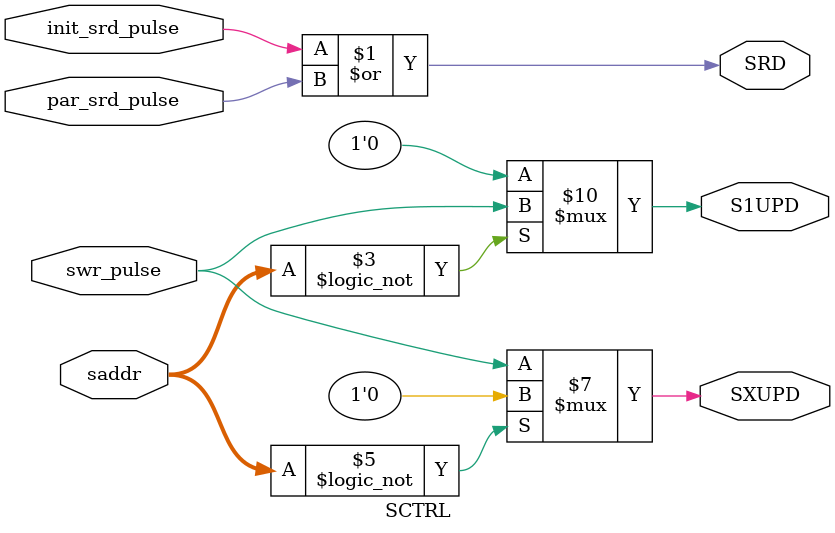
<source format=v>
`timescale 1ns/1ns
`define UDLY #2

module SCTRL(
                //inputs
                init_srd_pulse,
                par_srd_pulse,
                swr_pulse,
                saddr,
                
                //outputs
                SRD,
                S1UPD,
                SXUPD
            );
    
    //inputs
    input             init_srd_pulse;
    input             par_srd_pulse;
    input             swr_pulse;
    input    [1:0]    saddr;
    
    //outputs
    output            SRD;
    output            S1UPD;
    output            SXUPD;
                      
    //regs            
    reg               S1UPD;
    reg               SXUPD;
    
    assign SRD=init_srd_pulse|par_srd_pulse;
    
    always @(swr_pulse or saddr)
    begin
        if(saddr==2'b00)
            S1UPD<=`UDLY swr_pulse;
        else
            S1UPD<=`UDLY 1'b0;        
    end
    
    
    always @(swr_pulse or saddr)
    begin
        if(saddr==2'b00)
            SXUPD<=`UDLY 1'b0; 
        else
            SXUPD<=`UDLY swr_pulse;            
    end
    
endmodule
</source>
